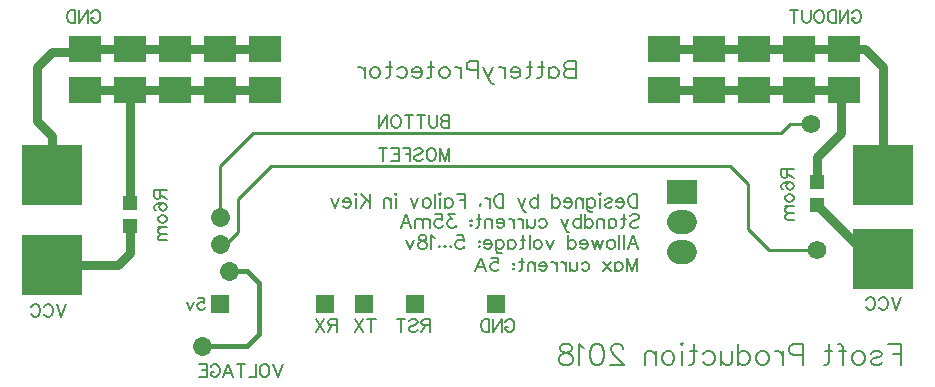
<source format=gbl>
G04 ---------------------------- Layer name :BOTTOM LAYER*
G04 EasyEDA v5.6.10, Sat, 14 Jul 2018 09:59:27 GMT*
G04 2f10b13e7a714cddaf66bfbe285f99f1*
G04 Gerber Generator version 0.2*
G04 Scale: 100 percent, Rotated: No, Reflected: No *
G04 Dimensions in millimeters *
G04 leading zeros omitted , absolute positions ,3 integer and 3 decimal *
%FSLAX33Y33*%
%MOMM*%
G90*
G71D02*

%ADD10C,0.254000*%
%ADD11C,0.399999*%
%ADD13C,0.799998*%
%ADD15C,0.203200*%
%ADD16C,0.177800*%
%ADD17C,0.178003*%
%ADD18C,1.575054*%
%ADD24R,1.206500X1.206500*%
%ADD30R,2.499995X1.999996*%
%ADD31R,1.574800X1.574800*%
%ADD32R,1.574800X1.575054*%
%ADD33R,1.999996X1.999996*%
%ADD34C,1.999996*%
%ADD35C,1.575003*%
%ADD36R,2.700020X2.299995*%

%LPD*%
G54D10*
G01X17780Y14478D02*
G01X17780Y18796D01*
G01X20574Y21590D01*
G01X65278Y21590D01*
G01X66040Y22352D01*
G01X68326Y22352D01*
G01X17780Y12446D02*
G01X18542Y12446D01*
G01X19304Y13208D01*
G01X19304Y16002D01*
G01X22098Y18796D01*
G01X60949Y18796D01*
G01X62484Y17277D01*
G01X62484Y13474D01*
G01X64251Y11684D01*
G01X68326Y11684D01*
G54D11*
G01X18542Y9906D02*
G01X20051Y9906D01*
G01X21078Y8879D01*
G01X21082Y4572D01*
G01X20051Y3549D01*
G01X16256Y3556D01*
G54D13*
G01X6350Y25247D02*
G01X10414Y25247D01*
G01X10414Y25247D02*
G01X14478Y25247D01*
G01X14478Y25247D02*
G01X18542Y25247D01*
G01X18542Y25247D02*
G01X21590Y25247D01*
G01X3556Y18034D02*
G01X3556Y21336D01*
G01X2286Y22606D01*
G01X2286Y27178D01*
G01X3556Y28448D01*
G01X6096Y28448D01*
G01X6350Y28702D01*
G01X10414Y28702D02*
G01X6350Y28702D01*
G01X10414Y28702D02*
G01X14478Y28702D01*
G01X14478Y28702D02*
G01X18542Y28702D01*
G01X18542Y28702D02*
G01X21590Y28702D01*
G01X70612Y28702D02*
G01X66548Y28702D01*
G01X66548Y28702D02*
G01X62484Y28702D01*
G01X62484Y28702D02*
G01X58420Y28702D01*
G01X58420Y28702D02*
G01X55372Y28702D01*
G01X73914Y19558D02*
G01X73914Y27178D01*
G01X72390Y28702D01*
G01X70612Y28702D01*
G01X73914Y10922D02*
G01X72898Y10922D01*
G01X68324Y15495D01*
G01X68324Y17476D02*
G01X68324Y19556D01*
G01X70358Y21590D01*
G01X70358Y24993D01*
G01X70612Y25247D01*
G01X70612Y25247D02*
G01X66802Y25247D01*
G01X66802Y25247D02*
G01X62992Y25247D01*
G01X62992Y25247D02*
G01X59182Y25247D01*
G01X59182Y25247D02*
G01X55372Y25247D01*
G01X3556Y10414D02*
G01X9144Y10414D01*
G01X10160Y11430D01*
G01X10160Y13716D01*
G01X10158Y13717D01*
G01X10158Y15698D02*
G01X10158Y25246D01*
G01X10160Y25247D01*
G54D17*
G01X37191Y23114D02*
G01X37191Y22064D01*
G01X37191Y23114D02*
G01X36741Y23114D01*
G01X36591Y23064D01*
G01X36541Y23014D01*
G01X36491Y22914D01*
G01X36491Y22814D01*
G01X36541Y22714D01*
G01X36591Y22664D01*
G01X36741Y22614D01*
G01X37191Y22614D02*
G01X36741Y22614D01*
G01X36591Y22564D01*
G01X36541Y22514D01*
G01X36491Y22414D01*
G01X36491Y22264D01*
G01X36541Y22164D01*
G01X36591Y22114D01*
G01X36741Y22064D01*
G01X37191Y22064D01*
G01X36161Y23114D02*
G01X36161Y22364D01*
G01X36111Y22214D01*
G01X36011Y22114D01*
G01X35861Y22064D01*
G01X35761Y22064D01*
G01X35611Y22114D01*
G01X35511Y22214D01*
G01X35461Y22364D01*
G01X35461Y23114D01*
G01X34781Y23114D02*
G01X34781Y22064D01*
G01X35131Y23114D02*
G01X34431Y23114D01*
G01X33751Y23114D02*
G01X33751Y22064D01*
G01X34101Y23114D02*
G01X33401Y23114D01*
G01X32771Y23114D02*
G01X32871Y23064D01*
G01X32971Y22964D01*
G01X33021Y22864D01*
G01X33071Y22714D01*
G01X33071Y22464D01*
G01X33021Y22314D01*
G01X32971Y22214D01*
G01X32871Y22114D01*
G01X32771Y22064D01*
G01X32571Y22064D01*
G01X32471Y22114D01*
G01X32371Y22214D01*
G01X32321Y22314D01*
G01X32271Y22464D01*
G01X32271Y22714D01*
G01X32321Y22864D01*
G01X32371Y22964D01*
G01X32471Y23064D01*
G01X32571Y23114D01*
G01X32771Y23114D01*
G01X31941Y23114D02*
G01X31941Y22064D01*
G01X31941Y23114D02*
G01X31241Y22064D01*
G01X31241Y23114D02*
G01X31241Y22064D01*
G01X37192Y20319D02*
G01X37192Y19269D01*
G01X37192Y20319D02*
G01X36792Y19269D01*
G01X36392Y20319D02*
G01X36792Y19269D01*
G01X36392Y20319D02*
G01X36392Y19269D01*
G01X35762Y20319D02*
G01X35862Y20269D01*
G01X35962Y20169D01*
G01X36011Y20069D01*
G01X36062Y19919D01*
G01X36062Y19669D01*
G01X36011Y19519D01*
G01X35962Y19419D01*
G01X35862Y19319D01*
G01X35762Y19269D01*
G01X35562Y19269D01*
G01X35462Y19319D01*
G01X35362Y19419D01*
G01X35311Y19519D01*
G01X35262Y19669D01*
G01X35262Y19919D01*
G01X35311Y20069D01*
G01X35362Y20169D01*
G01X35462Y20269D01*
G01X35562Y20319D01*
G01X35762Y20319D01*
G01X34232Y20169D02*
G01X34332Y20269D01*
G01X34481Y20319D01*
G01X34681Y20319D01*
G01X34832Y20269D01*
G01X34932Y20169D01*
G01X34932Y20069D01*
G01X34881Y19969D01*
G01X34832Y19919D01*
G01X34732Y19869D01*
G01X34432Y19769D01*
G01X34332Y19719D01*
G01X34281Y19669D01*
G01X34232Y19569D01*
G01X34232Y19419D01*
G01X34332Y19319D01*
G01X34481Y19269D01*
G01X34681Y19269D01*
G01X34832Y19319D01*
G01X34932Y19419D01*
G01X33901Y20319D02*
G01X33901Y19269D01*
G01X33901Y20319D02*
G01X33252Y20319D01*
G01X33901Y19819D02*
G01X33501Y19819D01*
G01X32922Y20319D02*
G01X32922Y19269D01*
G01X32922Y20319D02*
G01X32271Y20319D01*
G01X32922Y19819D02*
G01X32522Y19819D01*
G01X32922Y19269D02*
G01X32271Y19269D01*
G01X31592Y20319D02*
G01X31592Y19269D01*
G01X31941Y20319D02*
G01X31242Y20319D01*
G01X41938Y5592D02*
G01X41988Y5692D01*
G01X42088Y5792D01*
G01X42188Y5842D01*
G01X42388Y5842D01*
G01X42488Y5792D01*
G01X42588Y5692D01*
G01X42638Y5592D01*
G01X42688Y5442D01*
G01X42688Y5192D01*
G01X42638Y5042D01*
G01X42588Y4942D01*
G01X42488Y4842D01*
G01X42388Y4792D01*
G01X42188Y4792D01*
G01X42088Y4842D01*
G01X41988Y4942D01*
G01X41938Y5042D01*
G01X41938Y5192D01*
G01X42188Y5192D02*
G01X41938Y5192D01*
G01X41608Y5842D02*
G01X41608Y4792D01*
G01X41608Y5842D02*
G01X40908Y4792D01*
G01X40908Y5842D02*
G01X40908Y4792D01*
G01X40578Y5842D02*
G01X40578Y4792D01*
G01X40578Y5842D02*
G01X40228Y5842D01*
G01X40078Y5792D01*
G01X39978Y5692D01*
G01X39928Y5592D01*
G01X39878Y5442D01*
G01X39878Y5192D01*
G01X39928Y5042D01*
G01X39978Y4942D01*
G01X40078Y4842D01*
G01X40228Y4792D01*
G01X40578Y4792D01*
G01X35525Y5841D02*
G01X35525Y4791D01*
G01X35525Y5841D02*
G01X35075Y5841D01*
G01X34925Y5791D01*
G01X34875Y5741D01*
G01X34825Y5641D01*
G01X34825Y5541D01*
G01X34875Y5441D01*
G01X34925Y5391D01*
G01X35075Y5341D01*
G01X35525Y5341D01*
G01X35175Y5341D02*
G01X34825Y4791D01*
G01X33795Y5691D02*
G01X33895Y5791D01*
G01X34045Y5841D01*
G01X34245Y5841D01*
G01X34395Y5791D01*
G01X34495Y5691D01*
G01X34495Y5591D01*
G01X34445Y5491D01*
G01X34395Y5441D01*
G01X34295Y5391D01*
G01X33995Y5291D01*
G01X33895Y5241D01*
G01X33845Y5191D01*
G01X33795Y5091D01*
G01X33795Y4941D01*
G01X33895Y4841D01*
G01X34045Y4791D01*
G01X34245Y4791D01*
G01X34395Y4841D01*
G01X34495Y4941D01*
G01X33115Y5841D02*
G01X33115Y4791D01*
G01X33465Y5841D02*
G01X32765Y5841D01*
G01X30590Y5841D02*
G01X30590Y4791D01*
G01X30940Y5841D02*
G01X30240Y5841D01*
G01X29910Y5841D02*
G01X29210Y4791D01*
G01X29210Y5841D02*
G01X29910Y4791D01*
G01X27637Y5842D02*
G01X27637Y4791D01*
G01X27637Y5842D02*
G01X27187Y5842D01*
G01X27037Y5792D01*
G01X26987Y5742D01*
G01X26937Y5642D01*
G01X26937Y5542D01*
G01X26987Y5442D01*
G01X27037Y5392D01*
G01X27187Y5342D01*
G01X27637Y5342D01*
G01X27287Y5342D02*
G01X26937Y4791D01*
G01X26607Y5842D02*
G01X25907Y4791D01*
G01X25907Y5842D02*
G01X26607Y4791D01*
G01X6885Y31753D02*
G01X6935Y31853D01*
G01X7035Y31953D01*
G01X7135Y32003D01*
G01X7335Y32003D01*
G01X7435Y31953D01*
G01X7535Y31853D01*
G01X7585Y31753D01*
G01X7635Y31603D01*
G01X7635Y31353D01*
G01X7585Y31203D01*
G01X7535Y31103D01*
G01X7435Y31003D01*
G01X7335Y30953D01*
G01X7135Y30953D01*
G01X7035Y31003D01*
G01X6935Y31103D01*
G01X6885Y31203D01*
G01X6885Y31353D01*
G01X7135Y31353D02*
G01X6885Y31353D01*
G01X6555Y32003D02*
G01X6555Y30953D01*
G01X6555Y32003D02*
G01X5855Y30953D01*
G01X5855Y32003D02*
G01X5855Y30953D01*
G01X5525Y32003D02*
G01X5525Y30953D01*
G01X5525Y32003D02*
G01X5175Y32003D01*
G01X5025Y31953D01*
G01X4925Y31853D01*
G01X4875Y31753D01*
G01X4825Y31603D01*
G01X4825Y31353D01*
G01X4875Y31203D01*
G01X4925Y31103D01*
G01X5025Y31003D01*
G01X5175Y30953D01*
G01X5525Y30953D01*
G01X4737Y7111D02*
G01X4337Y6061D01*
G01X3937Y7111D02*
G01X4337Y6061D01*
G01X2857Y6861D02*
G01X2907Y6961D01*
G01X3007Y7061D01*
G01X3107Y7111D01*
G01X3307Y7111D01*
G01X3407Y7061D01*
G01X3507Y6961D01*
G01X3557Y6861D01*
G01X3607Y6711D01*
G01X3607Y6461D01*
G01X3557Y6311D01*
G01X3507Y6211D01*
G01X3407Y6111D01*
G01X3307Y6061D01*
G01X3107Y6061D01*
G01X3007Y6111D01*
G01X2907Y6211D01*
G01X2857Y6311D01*
G01X1778Y6861D02*
G01X1827Y6961D01*
G01X1927Y7061D01*
G01X2027Y7111D01*
G01X2227Y7111D01*
G01X2327Y7061D01*
G01X2427Y6961D01*
G01X2477Y6861D01*
G01X2527Y6711D01*
G01X2527Y6461D01*
G01X2477Y6311D01*
G01X2427Y6211D01*
G01X2327Y6111D01*
G01X2227Y6061D01*
G01X2027Y6061D01*
G01X1927Y6111D01*
G01X1827Y6211D01*
G01X1778Y6311D01*
G01X75438Y7711D02*
G01X75038Y6661D01*
G01X74638Y7711D02*
G01X75038Y6661D01*
G01X73558Y7461D02*
G01X73608Y7561D01*
G01X73708Y7661D01*
G01X73808Y7711D01*
G01X74008Y7711D01*
G01X74108Y7661D01*
G01X74208Y7561D01*
G01X74258Y7461D01*
G01X74308Y7311D01*
G01X74308Y7061D01*
G01X74258Y6911D01*
G01X74208Y6811D01*
G01X74108Y6711D01*
G01X74008Y6661D01*
G01X73808Y6661D01*
G01X73708Y6711D01*
G01X73608Y6811D01*
G01X73558Y6911D01*
G01X72478Y7461D02*
G01X72528Y7561D01*
G01X72628Y7661D01*
G01X72728Y7711D01*
G01X72928Y7711D01*
G01X73028Y7661D01*
G01X73128Y7561D01*
G01X73178Y7461D01*
G01X73228Y7311D01*
G01X73228Y7061D01*
G01X73178Y6911D01*
G01X73128Y6811D01*
G01X73028Y6711D01*
G01X72928Y6661D01*
G01X72728Y6661D01*
G01X72628Y6711D01*
G01X72528Y6811D01*
G01X72478Y6911D01*
G01X71290Y31754D02*
G01X71340Y31854D01*
G01X71440Y31954D01*
G01X71540Y32004D01*
G01X71740Y32004D01*
G01X71840Y31954D01*
G01X71940Y31854D01*
G01X71990Y31754D01*
G01X72040Y31604D01*
G01X72040Y31354D01*
G01X71990Y31204D01*
G01X71940Y31104D01*
G01X71840Y31004D01*
G01X71740Y30954D01*
G01X71540Y30954D01*
G01X71440Y31004D01*
G01X71340Y31104D01*
G01X71290Y31204D01*
G01X71290Y31354D01*
G01X71540Y31354D02*
G01X71290Y31354D01*
G01X70960Y32004D02*
G01X70960Y30954D01*
G01X70960Y32004D02*
G01X70260Y30954D01*
G01X70260Y32004D02*
G01X70260Y30954D01*
G01X69930Y32004D02*
G01X69930Y30954D01*
G01X69930Y32004D02*
G01X69580Y32004D01*
G01X69430Y31954D01*
G01X69330Y31854D01*
G01X69280Y31754D01*
G01X69230Y31604D01*
G01X69230Y31354D01*
G01X69280Y31204D01*
G01X69330Y31104D01*
G01X69430Y31004D01*
G01X69580Y30954D01*
G01X69930Y30954D01*
G01X68600Y32004D02*
G01X68700Y31954D01*
G01X68800Y31854D01*
G01X68850Y31754D01*
G01X68900Y31604D01*
G01X68900Y31354D01*
G01X68850Y31204D01*
G01X68800Y31104D01*
G01X68700Y31004D01*
G01X68600Y30954D01*
G01X68400Y30954D01*
G01X68300Y31004D01*
G01X68200Y31104D01*
G01X68150Y31204D01*
G01X68100Y31354D01*
G01X68100Y31604D01*
G01X68150Y31754D01*
G01X68200Y31854D01*
G01X68300Y31954D01*
G01X68400Y32004D01*
G01X68600Y32004D01*
G01X67770Y32004D02*
G01X67770Y31254D01*
G01X67720Y31104D01*
G01X67620Y31004D01*
G01X67470Y30954D01*
G01X67370Y30954D01*
G01X67220Y31004D01*
G01X67120Y31104D01*
G01X67070Y31254D01*
G01X67070Y32004D01*
G01X66390Y32004D02*
G01X66390Y30954D01*
G01X66740Y32004D02*
G01X66040Y32004D01*
G01X23081Y2031D02*
G01X22681Y981D01*
G01X22281Y2031D02*
G01X22681Y981D01*
G01X21652Y2031D02*
G01X21752Y1981D01*
G01X21852Y1881D01*
G01X21901Y1781D01*
G01X21952Y1631D01*
G01X21952Y1381D01*
G01X21901Y1231D01*
G01X21852Y1131D01*
G01X21752Y1031D01*
G01X21652Y981D01*
G01X21452Y981D01*
G01X21352Y1031D01*
G01X21252Y1131D01*
G01X21201Y1231D01*
G01X21152Y1381D01*
G01X21152Y1631D01*
G01X21201Y1781D01*
G01X21252Y1881D01*
G01X21352Y1981D01*
G01X21452Y2031D01*
G01X21652Y2031D01*
G01X20822Y2031D02*
G01X20822Y981D01*
G01X20822Y981D02*
G01X20222Y981D01*
G01X19541Y2031D02*
G01X19541Y981D01*
G01X19892Y2031D02*
G01X19192Y2031D01*
G01X18462Y2031D02*
G01X18862Y981D01*
G01X18462Y2031D02*
G01X18062Y981D01*
G01X18712Y1331D02*
G01X18212Y1331D01*
G01X16982Y1781D02*
G01X17031Y1881D01*
G01X17131Y1981D01*
G01X17231Y2031D01*
G01X17431Y2031D01*
G01X17531Y1981D01*
G01X17631Y1881D01*
G01X17682Y1781D01*
G01X17731Y1631D01*
G01X17731Y1381D01*
G01X17682Y1231D01*
G01X17631Y1131D01*
G01X17531Y1031D01*
G01X17431Y981D01*
G01X17231Y981D01*
G01X17131Y1031D01*
G01X17031Y1131D01*
G01X16982Y1231D01*
G01X16982Y1381D01*
G01X17231Y1381D02*
G01X16982Y1381D01*
G01X16652Y2031D02*
G01X16652Y981D01*
G01X16652Y2031D02*
G01X16002Y2031D01*
G01X16652Y1531D02*
G01X16252Y1531D01*
G01X16652Y981D02*
G01X16002Y981D01*
G54D16*
G01X15922Y7619D02*
G01X16376Y7619D01*
G01X16422Y7210D01*
G01X16376Y7256D01*
G01X16240Y7301D01*
G01X16104Y7301D01*
G01X15967Y7256D01*
G01X15876Y7165D01*
G01X15831Y7029D01*
G01X15831Y6938D01*
G01X15876Y6801D01*
G01X15967Y6710D01*
G01X16104Y6665D01*
G01X16240Y6665D01*
G01X16376Y6710D01*
G01X16422Y6756D01*
G01X16467Y6847D01*
G01X15531Y7301D02*
G01X15258Y6665D01*
G01X14986Y7301D02*
G01X15258Y6665D01*
G54D17*
G01X47873Y27686D02*
G01X47873Y26254D01*
G01X47873Y27686D02*
G01X47259Y27686D01*
G01X47054Y27617D01*
G01X46986Y27549D01*
G01X46918Y27413D01*
G01X46918Y27276D01*
G01X46986Y27140D01*
G01X47054Y27072D01*
G01X47259Y27004D01*
G01X47873Y27004D02*
G01X47259Y27004D01*
G01X47054Y26935D01*
G01X46986Y26867D01*
G01X46918Y26731D01*
G01X46918Y26526D01*
G01X46986Y26390D01*
G01X47054Y26322D01*
G01X47259Y26254D01*
G01X47873Y26254D01*
G01X45650Y27208D02*
G01X45650Y26254D01*
G01X45650Y27004D02*
G01X45786Y27140D01*
G01X45923Y27208D01*
G01X46127Y27208D01*
G01X46263Y27140D01*
G01X46400Y27004D01*
G01X46468Y26799D01*
G01X46468Y26663D01*
G01X46400Y26458D01*
G01X46263Y26322D01*
G01X46127Y26254D01*
G01X45923Y26254D01*
G01X45786Y26322D01*
G01X45650Y26458D01*
G01X44995Y27686D02*
G01X44995Y26526D01*
G01X44927Y26322D01*
G01X44791Y26254D01*
G01X44654Y26254D01*
G01X45200Y27208D02*
G01X44723Y27208D01*
G01X44000Y27686D02*
G01X44000Y26526D01*
G01X43932Y26322D01*
G01X43795Y26254D01*
G01X43659Y26254D01*
G01X44204Y27208D02*
G01X43727Y27208D01*
G01X43209Y26799D02*
G01X42391Y26799D01*
G01X42391Y26935D01*
G01X42459Y27072D01*
G01X42527Y27140D01*
G01X42663Y27208D01*
G01X42868Y27208D01*
G01X43004Y27140D01*
G01X43141Y27004D01*
G01X43209Y26799D01*
G01X43209Y26663D01*
G01X43141Y26458D01*
G01X43004Y26322D01*
G01X42868Y26254D01*
G01X42663Y26254D01*
G01X42527Y26322D01*
G01X42391Y26458D01*
G01X41941Y27208D02*
G01X41941Y26254D01*
G01X41941Y26799D02*
G01X41873Y27004D01*
G01X41736Y27140D01*
G01X41600Y27208D01*
G01X41395Y27208D01*
G01X40877Y27208D02*
G01X40468Y26254D01*
G01X40059Y27208D02*
G01X40468Y26254D01*
G01X40604Y25981D01*
G01X40741Y25845D01*
G01X40877Y25776D01*
G01X40945Y25776D01*
G01X39609Y27686D02*
G01X39609Y26254D01*
G01X39609Y27686D02*
G01X38995Y27686D01*
G01X38791Y27617D01*
G01X38723Y27549D01*
G01X38654Y27413D01*
G01X38654Y27208D01*
G01X38723Y27072D01*
G01X38791Y27004D01*
G01X38995Y26935D01*
G01X39609Y26935D01*
G01X38204Y27208D02*
G01X38204Y26254D01*
G01X38204Y26799D02*
G01X38136Y27004D01*
G01X38000Y27140D01*
G01X37864Y27208D01*
G01X37659Y27208D01*
G01X36868Y27208D02*
G01X37004Y27140D01*
G01X37141Y27004D01*
G01X37209Y26799D01*
G01X37209Y26663D01*
G01X37141Y26458D01*
G01X37004Y26322D01*
G01X36868Y26254D01*
G01X36664Y26254D01*
G01X36527Y26322D01*
G01X36391Y26458D01*
G01X36323Y26663D01*
G01X36323Y26799D01*
G01X36391Y27004D01*
G01X36527Y27140D01*
G01X36664Y27208D01*
G01X36868Y27208D01*
G01X35668Y27686D02*
G01X35668Y26526D01*
G01X35600Y26322D01*
G01X35464Y26254D01*
G01X35327Y26254D01*
G01X35873Y27208D02*
G01X35395Y27208D01*
G01X34877Y26799D02*
G01X34059Y26799D01*
G01X34059Y26935D01*
G01X34127Y27072D01*
G01X34195Y27140D01*
G01X34332Y27208D01*
G01X34536Y27208D01*
G01X34673Y27140D01*
G01X34809Y27004D01*
G01X34877Y26799D01*
G01X34877Y26663D01*
G01X34809Y26458D01*
G01X34673Y26322D01*
G01X34536Y26254D01*
G01X34332Y26254D01*
G01X34195Y26322D01*
G01X34059Y26458D01*
G01X32791Y27004D02*
G01X32927Y27140D01*
G01X33064Y27208D01*
G01X33268Y27208D01*
G01X33404Y27140D01*
G01X33541Y27004D01*
G01X33609Y26799D01*
G01X33609Y26663D01*
G01X33541Y26458D01*
G01X33404Y26322D01*
G01X33268Y26254D01*
G01X33064Y26254D01*
G01X32927Y26322D01*
G01X32791Y26458D01*
G01X32136Y27686D02*
G01X32136Y26526D01*
G01X32068Y26322D01*
G01X31932Y26254D01*
G01X31795Y26254D01*
G01X32341Y27208D02*
G01X31864Y27208D01*
G01X31004Y27208D02*
G01X31141Y27140D01*
G01X31277Y27004D01*
G01X31345Y26799D01*
G01X31345Y26663D01*
G01X31277Y26458D01*
G01X31141Y26322D01*
G01X31004Y26254D01*
G01X30800Y26254D01*
G01X30664Y26322D01*
G01X30527Y26458D01*
G01X30459Y26663D01*
G01X30459Y26799D01*
G01X30527Y27004D01*
G01X30664Y27140D01*
G01X30800Y27208D01*
G01X31004Y27208D01*
G01X30009Y27208D02*
G01X30009Y26254D01*
G01X30009Y26799D02*
G01X29941Y27004D01*
G01X29804Y27140D01*
G01X29668Y27208D01*
G01X29464Y27208D01*
G54D15*
G01X53108Y16455D02*
G01X53108Y15309D01*
G01X53108Y16455D02*
G01X52727Y16455D01*
G01X52563Y16400D01*
G01X52454Y16291D01*
G01X52399Y16182D01*
G01X52345Y16019D01*
G01X52345Y15746D01*
G01X52399Y15582D01*
G01X52454Y15473D01*
G01X52563Y15364D01*
G01X52727Y15309D01*
G01X53108Y15309D01*
G01X51985Y15746D02*
G01X51330Y15746D01*
G01X51330Y15855D01*
G01X51385Y15964D01*
G01X51439Y16019D01*
G01X51548Y16073D01*
G01X51712Y16073D01*
G01X51821Y16019D01*
G01X51930Y15909D01*
G01X51985Y15746D01*
G01X51985Y15637D01*
G01X51930Y15473D01*
G01X51821Y15364D01*
G01X51712Y15309D01*
G01X51548Y15309D01*
G01X51439Y15364D01*
G01X51330Y15473D01*
G01X50370Y15909D02*
G01X50425Y16019D01*
G01X50588Y16073D01*
G01X50752Y16073D01*
G01X50916Y16019D01*
G01X50970Y15909D01*
G01X50916Y15800D01*
G01X50807Y15746D01*
G01X50534Y15691D01*
G01X50425Y15637D01*
G01X50370Y15528D01*
G01X50370Y15473D01*
G01X50425Y15364D01*
G01X50588Y15309D01*
G01X50752Y15309D01*
G01X50916Y15364D01*
G01X50970Y15473D01*
G01X50010Y16455D02*
G01X49956Y16400D01*
G01X49901Y16455D01*
G01X49956Y16509D01*
G01X50010Y16455D01*
G01X49956Y16073D02*
G01X49956Y15309D01*
G01X48887Y16073D02*
G01X48887Y15200D01*
G01X48941Y15037D01*
G01X48996Y14982D01*
G01X49105Y14928D01*
G01X49268Y14928D01*
G01X49377Y14982D01*
G01X48887Y15909D02*
G01X48996Y16019D01*
G01X49105Y16073D01*
G01X49268Y16073D01*
G01X49377Y16019D01*
G01X49487Y15909D01*
G01X49541Y15746D01*
G01X49541Y15637D01*
G01X49487Y15473D01*
G01X49377Y15364D01*
G01X49268Y15309D01*
G01X49105Y15309D01*
G01X48996Y15364D01*
G01X48887Y15473D01*
G01X48527Y16073D02*
G01X48527Y15309D01*
G01X48527Y15855D02*
G01X48363Y16019D01*
G01X48254Y16073D01*
G01X48090Y16073D01*
G01X47981Y16019D01*
G01X47927Y15855D01*
G01X47927Y15309D01*
G01X47567Y15746D02*
G01X46912Y15746D01*
G01X46912Y15855D01*
G01X46967Y15964D01*
G01X47021Y16019D01*
G01X47130Y16073D01*
G01X47294Y16073D01*
G01X47403Y16019D01*
G01X47512Y15909D01*
G01X47567Y15746D01*
G01X47567Y15637D01*
G01X47512Y15473D01*
G01X47403Y15364D01*
G01X47294Y15309D01*
G01X47130Y15309D01*
G01X47021Y15364D01*
G01X46912Y15473D01*
G01X45897Y16455D02*
G01X45897Y15309D01*
G01X45897Y15909D02*
G01X46007Y16019D01*
G01X46116Y16073D01*
G01X46279Y16073D01*
G01X46388Y16019D01*
G01X46497Y15909D01*
G01X46552Y15746D01*
G01X46552Y15637D01*
G01X46497Y15473D01*
G01X46388Y15364D01*
G01X46279Y15309D01*
G01X46116Y15309D01*
G01X46007Y15364D01*
G01X45897Y15473D01*
G01X44697Y16455D02*
G01X44697Y15309D01*
G01X44697Y15909D02*
G01X44588Y16019D01*
G01X44479Y16073D01*
G01X44316Y16073D01*
G01X44207Y16019D01*
G01X44097Y15909D01*
G01X44043Y15746D01*
G01X44043Y15637D01*
G01X44097Y15473D01*
G01X44207Y15364D01*
G01X44316Y15309D01*
G01X44479Y15309D01*
G01X44588Y15364D01*
G01X44697Y15473D01*
G01X43628Y16073D02*
G01X43301Y15309D01*
G01X42974Y16073D02*
G01X43301Y15309D01*
G01X43410Y15091D01*
G01X43519Y14982D01*
G01X43628Y14928D01*
G01X43683Y14928D01*
G01X41774Y16455D02*
G01X41774Y15309D01*
G01X41774Y16455D02*
G01X41392Y16455D01*
G01X41228Y16400D01*
G01X41119Y16291D01*
G01X41065Y16182D01*
G01X41010Y16019D01*
G01X41010Y15746D01*
G01X41065Y15582D01*
G01X41119Y15473D01*
G01X41228Y15364D01*
G01X41392Y15309D01*
G01X41774Y15309D01*
G01X40650Y16073D02*
G01X40650Y15309D01*
G01X40650Y15746D02*
G01X40596Y15909D01*
G01X40487Y16019D01*
G01X40377Y16073D01*
G01X40214Y16073D01*
G01X39799Y15582D02*
G01X39854Y15528D01*
G01X39799Y15473D01*
G01X39745Y15528D01*
G01X39799Y15582D01*
G01X38545Y16455D02*
G01X38545Y15309D01*
G01X38545Y16455D02*
G01X37836Y16455D01*
G01X38545Y15909D02*
G01X38108Y15909D01*
G01X36821Y16073D02*
G01X36821Y15309D01*
G01X36821Y15909D02*
G01X36930Y16019D01*
G01X37039Y16073D01*
G01X37203Y16073D01*
G01X37312Y16019D01*
G01X37421Y15909D01*
G01X37476Y15746D01*
G01X37476Y15637D01*
G01X37421Y15473D01*
G01X37312Y15364D01*
G01X37203Y15309D01*
G01X37039Y15309D01*
G01X36930Y15364D01*
G01X36821Y15473D01*
G01X36461Y16455D02*
G01X36407Y16400D01*
G01X36352Y16455D01*
G01X36407Y16509D01*
G01X36461Y16455D01*
G01X36407Y16073D02*
G01X36407Y15309D01*
G01X35992Y16455D02*
G01X35992Y15309D01*
G01X35359Y16073D02*
G01X35468Y16019D01*
G01X35578Y15909D01*
G01X35632Y15746D01*
G01X35632Y15637D01*
G01X35578Y15473D01*
G01X35468Y15364D01*
G01X35359Y15309D01*
G01X35196Y15309D01*
G01X35087Y15364D01*
G01X34978Y15473D01*
G01X34923Y15637D01*
G01X34923Y15746D01*
G01X34978Y15909D01*
G01X35087Y16019D01*
G01X35196Y16073D01*
G01X35359Y16073D01*
G01X34563Y16073D02*
G01X34236Y15309D01*
G01X33908Y16073D02*
G01X34236Y15309D01*
G01X32708Y16455D02*
G01X32654Y16400D01*
G01X32599Y16455D01*
G01X32654Y16509D01*
G01X32708Y16455D01*
G01X32654Y16073D02*
G01X32654Y15309D01*
G01X32239Y16073D02*
G01X32239Y15309D01*
G01X32239Y15855D02*
G01X32076Y16019D01*
G01X31967Y16073D01*
G01X31803Y16073D01*
G01X31694Y16019D01*
G01X31639Y15855D01*
G01X31639Y15309D01*
G01X30439Y16455D02*
G01X30439Y15309D01*
G01X29676Y16455D02*
G01X30439Y15691D01*
G01X30167Y15964D02*
G01X29676Y15309D01*
G01X29316Y16455D02*
G01X29261Y16400D01*
G01X29207Y16455D01*
G01X29261Y16509D01*
G01X29316Y16455D01*
G01X29261Y16073D02*
G01X29261Y15309D01*
G01X28847Y15746D02*
G01X28192Y15746D01*
G01X28192Y15855D01*
G01X28247Y15964D01*
G01X28301Y16019D01*
G01X28410Y16073D01*
G01X28574Y16073D01*
G01X28683Y16019D01*
G01X28792Y15909D01*
G01X28847Y15746D01*
G01X28847Y15637D01*
G01X28792Y15473D01*
G01X28683Y15364D01*
G01X28574Y15309D01*
G01X28410Y15309D01*
G01X28301Y15364D01*
G01X28192Y15473D01*
G01X27832Y16073D02*
G01X27505Y15309D01*
G01X27178Y16073D02*
G01X27505Y15309D01*
G01X75412Y3728D02*
G01X75412Y2010D01*
G01X75412Y3728D02*
G01X74349Y3728D01*
G01X75412Y2910D02*
G01X74758Y2910D01*
G01X72909Y2910D02*
G01X72991Y3073D01*
G01X73236Y3155D01*
G01X73481Y3155D01*
G01X73727Y3073D01*
G01X73809Y2910D01*
G01X73727Y2746D01*
G01X73563Y2664D01*
G01X73154Y2582D01*
G01X72991Y2500D01*
G01X72909Y2337D01*
G01X72909Y2255D01*
G01X72991Y2091D01*
G01X73236Y2010D01*
G01X73481Y2010D01*
G01X73727Y2091D01*
G01X73809Y2255D01*
G01X71960Y3155D02*
G01X72123Y3073D01*
G01X72287Y2910D01*
G01X72369Y2664D01*
G01X72369Y2500D01*
G01X72287Y2255D01*
G01X72123Y2091D01*
G01X71960Y2010D01*
G01X71714Y2010D01*
G01X71551Y2091D01*
G01X71387Y2255D01*
G01X71305Y2500D01*
G01X71305Y2664D01*
G01X71387Y2910D01*
G01X71551Y3073D01*
G01X71714Y3155D01*
G01X71960Y3155D01*
G01X70111Y3728D02*
G01X70274Y3728D01*
G01X70438Y3646D01*
G01X70520Y3400D01*
G01X70520Y2010D01*
G01X70765Y3155D02*
G01X70192Y3155D01*
G01X69325Y3728D02*
G01X69325Y2337D01*
G01X69243Y2091D01*
G01X69080Y2010D01*
G01X68916Y2010D01*
G01X69571Y3155D02*
G01X68998Y3155D01*
G01X67116Y3728D02*
G01X67116Y2010D01*
G01X67116Y3728D02*
G01X66380Y3728D01*
G01X66134Y3646D01*
G01X66052Y3564D01*
G01X65971Y3400D01*
G01X65971Y3155D01*
G01X66052Y2991D01*
G01X66134Y2910D01*
G01X66380Y2828D01*
G01X67116Y2828D01*
G01X65431Y3155D02*
G01X65431Y2010D01*
G01X65431Y2664D02*
G01X65349Y2910D01*
G01X65185Y3073D01*
G01X65021Y3155D01*
G01X64776Y3155D01*
G01X63827Y3155D02*
G01X63991Y3073D01*
G01X64154Y2910D01*
G01X64236Y2664D01*
G01X64236Y2500D01*
G01X64154Y2255D01*
G01X63991Y2091D01*
G01X63827Y2010D01*
G01X63581Y2010D01*
G01X63418Y2091D01*
G01X63254Y2255D01*
G01X63172Y2500D01*
G01X63172Y2664D01*
G01X63254Y2910D01*
G01X63418Y3073D01*
G01X63581Y3155D01*
G01X63827Y3155D01*
G01X61651Y3728D02*
G01X61651Y2010D01*
G01X61651Y2910D02*
G01X61814Y3073D01*
G01X61978Y3155D01*
G01X62223Y3155D01*
G01X62387Y3073D01*
G01X62551Y2910D01*
G01X62632Y2664D01*
G01X62632Y2500D01*
G01X62551Y2255D01*
G01X62387Y2091D01*
G01X62223Y2010D01*
G01X61978Y2010D01*
G01X61814Y2091D01*
G01X61651Y2255D01*
G01X61111Y3155D02*
G01X61111Y2337D01*
G01X61029Y2091D01*
G01X60865Y2010D01*
G01X60620Y2010D01*
G01X60456Y2091D01*
G01X60211Y2337D01*
G01X60211Y3155D02*
G01X60211Y2010D01*
G01X58689Y2910D02*
G01X58852Y3073D01*
G01X59016Y3155D01*
G01X59261Y3155D01*
G01X59425Y3073D01*
G01X59589Y2910D01*
G01X59671Y2664D01*
G01X59671Y2500D01*
G01X59589Y2255D01*
G01X59425Y2091D01*
G01X59261Y2010D01*
G01X59016Y2010D01*
G01X58852Y2091D01*
G01X58689Y2255D01*
G01X57903Y3728D02*
G01X57903Y2337D01*
G01X57821Y2091D01*
G01X57658Y2010D01*
G01X57494Y2010D01*
G01X58149Y3155D02*
G01X57576Y3155D01*
G01X56954Y3728D02*
G01X56872Y3646D01*
G01X56791Y3728D01*
G01X56872Y3810D01*
G01X56954Y3728D01*
G01X56872Y3155D02*
G01X56872Y2010D01*
G01X55841Y3155D02*
G01X56005Y3073D01*
G01X56169Y2910D01*
G01X56251Y2664D01*
G01X56251Y2500D01*
G01X56169Y2255D01*
G01X56005Y2091D01*
G01X55841Y2010D01*
G01X55596Y2010D01*
G01X55432Y2091D01*
G01X55269Y2255D01*
G01X55187Y2500D01*
G01X55187Y2664D01*
G01X55269Y2910D01*
G01X55432Y3073D01*
G01X55596Y3155D01*
G01X55841Y3155D01*
G01X54647Y3155D02*
G01X54647Y2010D01*
G01X54647Y2828D02*
G01X54401Y3073D01*
G01X54238Y3155D01*
G01X53992Y3155D01*
G01X53829Y3073D01*
G01X53747Y2828D01*
G01X53747Y2010D01*
G01X51865Y3319D02*
G01X51865Y3400D01*
G01X51783Y3564D01*
G01X51701Y3646D01*
G01X51538Y3728D01*
G01X51211Y3728D01*
G01X51047Y3646D01*
G01X50965Y3564D01*
G01X50883Y3400D01*
G01X50883Y3237D01*
G01X50965Y3073D01*
G01X51129Y2828D01*
G01X51947Y2010D01*
G01X50801Y2010D01*
G01X49771Y3728D02*
G01X50016Y3646D01*
G01X50180Y3400D01*
G01X50261Y2991D01*
G01X50261Y2746D01*
G01X50180Y2337D01*
G01X50016Y2091D01*
G01X49771Y2010D01*
G01X49607Y2010D01*
G01X49361Y2091D01*
G01X49198Y2337D01*
G01X49116Y2746D01*
G01X49116Y2991D01*
G01X49198Y3400D01*
G01X49361Y3646D01*
G01X49607Y3728D01*
G01X49771Y3728D01*
G01X48576Y3400D02*
G01X48412Y3482D01*
G01X48167Y3728D01*
G01X48167Y2010D01*
G01X47218Y3728D02*
G01X47463Y3646D01*
G01X47545Y3482D01*
G01X47545Y3319D01*
G01X47463Y3155D01*
G01X47300Y3073D01*
G01X46972Y2991D01*
G01X46727Y2910D01*
G01X46563Y2746D01*
G01X46481Y2582D01*
G01X46481Y2337D01*
G01X46563Y2173D01*
G01X46645Y2091D01*
G01X46891Y2010D01*
G01X47218Y2010D01*
G01X47463Y2091D01*
G01X47545Y2173D01*
G01X47627Y2337D01*
G01X47627Y2582D01*
G01X47545Y2746D01*
G01X47381Y2910D01*
G01X47136Y2991D01*
G01X46809Y3073D01*
G01X46645Y3155D01*
G01X46563Y3319D01*
G01X46563Y3482D01*
G01X46645Y3646D01*
G01X46891Y3728D01*
G01X47218Y3728D01*
G01X52488Y14568D02*
G01X52597Y14677D01*
G01X52761Y14732D01*
G01X52979Y14732D01*
G01X53143Y14677D01*
G01X53252Y14568D01*
G01X53252Y14459D01*
G01X53197Y14350D01*
G01X53143Y14295D01*
G01X53033Y14241D01*
G01X52706Y14132D01*
G01X52597Y14077D01*
G01X52543Y14022D01*
G01X52488Y13913D01*
G01X52488Y13750D01*
G01X52597Y13641D01*
G01X52761Y13586D01*
G01X52979Y13586D01*
G01X53143Y13641D01*
G01X53252Y13750D01*
G01X51964Y14732D02*
G01X51964Y13804D01*
G01X51910Y13641D01*
G01X51801Y13586D01*
G01X51692Y13586D01*
G01X52128Y14350D02*
G01X51746Y14350D01*
G01X50677Y14350D02*
G01X50677Y13586D01*
G01X50677Y14186D02*
G01X50786Y14295D01*
G01X50895Y14350D01*
G01X51059Y14350D01*
G01X51168Y14295D01*
G01X51277Y14186D01*
G01X51332Y14022D01*
G01X51332Y13913D01*
G01X51277Y13750D01*
G01X51168Y13641D01*
G01X51059Y13586D01*
G01X50895Y13586D01*
G01X50786Y13641D01*
G01X50677Y13750D01*
G01X50317Y14350D02*
G01X50317Y13586D01*
G01X50317Y14132D02*
G01X50154Y14295D01*
G01X50044Y14350D01*
G01X49881Y14350D01*
G01X49772Y14295D01*
G01X49717Y14132D01*
G01X49717Y13586D01*
G01X48703Y14732D02*
G01X48703Y13586D01*
G01X48703Y14186D02*
G01X48812Y14295D01*
G01X48921Y14350D01*
G01X49084Y14350D01*
G01X49193Y14295D01*
G01X49303Y14186D01*
G01X49357Y14022D01*
G01X49357Y13913D01*
G01X49303Y13750D01*
G01X49193Y13641D01*
G01X49084Y13586D01*
G01X48921Y13586D01*
G01X48812Y13641D01*
G01X48703Y13750D01*
G01X48343Y14732D02*
G01X48343Y13586D01*
G01X48343Y14186D02*
G01X48233Y14295D01*
G01X48124Y14350D01*
G01X47961Y14350D01*
G01X47852Y14295D01*
G01X47743Y14186D01*
G01X47688Y14022D01*
G01X47688Y13913D01*
G01X47743Y13750D01*
G01X47852Y13641D01*
G01X47961Y13586D01*
G01X48124Y13586D01*
G01X48233Y13641D01*
G01X48343Y13750D01*
G01X47273Y14350D02*
G01X46946Y13586D01*
G01X46619Y14350D02*
G01X46946Y13586D01*
G01X47055Y13368D01*
G01X47164Y13259D01*
G01X47273Y13204D01*
G01X47328Y13204D01*
G01X44764Y14186D02*
G01X44874Y14295D01*
G01X44983Y14350D01*
G01X45146Y14350D01*
G01X45255Y14295D01*
G01X45364Y14186D01*
G01X45419Y14022D01*
G01X45419Y13913D01*
G01X45364Y13750D01*
G01X45255Y13641D01*
G01X45146Y13586D01*
G01X44983Y13586D01*
G01X44874Y13641D01*
G01X44764Y13750D01*
G01X44404Y14350D02*
G01X44404Y13804D01*
G01X44350Y13641D01*
G01X44241Y13586D01*
G01X44077Y13586D01*
G01X43968Y13641D01*
G01X43804Y13804D01*
G01X43804Y14350D02*
G01X43804Y13586D01*
G01X43444Y14350D02*
G01X43444Y13586D01*
G01X43444Y14022D02*
G01X43390Y14186D01*
G01X43281Y14295D01*
G01X43172Y14350D01*
G01X43008Y14350D01*
G01X42648Y14350D02*
G01X42648Y13586D01*
G01X42648Y14022D02*
G01X42593Y14186D01*
G01X42484Y14295D01*
G01X42375Y14350D01*
G01X42212Y14350D01*
G01X41852Y14022D02*
G01X41197Y14022D01*
G01X41197Y14132D01*
G01X41252Y14241D01*
G01X41306Y14295D01*
G01X41415Y14350D01*
G01X41579Y14350D01*
G01X41688Y14295D01*
G01X41797Y14186D01*
G01X41852Y14022D01*
G01X41852Y13913D01*
G01X41797Y13750D01*
G01X41688Y13641D01*
G01X41579Y13586D01*
G01X41415Y13586D01*
G01X41306Y13641D01*
G01X41197Y13750D01*
G01X40837Y14350D02*
G01X40837Y13586D01*
G01X40837Y14132D02*
G01X40674Y14295D01*
G01X40564Y14350D01*
G01X40401Y14350D01*
G01X40292Y14295D01*
G01X40237Y14132D01*
G01X40237Y13586D01*
G01X39714Y14732D02*
G01X39714Y13804D01*
G01X39659Y13641D01*
G01X39550Y13586D01*
G01X39441Y13586D01*
G01X39877Y14350D02*
G01X39495Y14350D01*
G01X39026Y14241D02*
G01X39081Y14186D01*
G01X39026Y14132D01*
G01X38972Y14186D01*
G01X39026Y14241D01*
G01X39026Y13859D02*
G01X39081Y13804D01*
G01X39026Y13750D01*
G01X38972Y13804D01*
G01X39026Y13859D01*
G01X37663Y14732D02*
G01X37063Y14732D01*
G01X37390Y14295D01*
G01X37226Y14295D01*
G01X37117Y14241D01*
G01X37063Y14186D01*
G01X37008Y14022D01*
G01X37008Y13913D01*
G01X37063Y13750D01*
G01X37172Y13641D01*
G01X37335Y13586D01*
G01X37499Y13586D01*
G01X37663Y13641D01*
G01X37717Y13695D01*
G01X37772Y13804D01*
G01X35994Y14732D02*
G01X36539Y14732D01*
G01X36594Y14241D01*
G01X36539Y14295D01*
G01X36375Y14350D01*
G01X36212Y14350D01*
G01X36048Y14295D01*
G01X35939Y14186D01*
G01X35884Y14022D01*
G01X35884Y13913D01*
G01X35939Y13750D01*
G01X36048Y13641D01*
G01X36212Y13586D01*
G01X36375Y13586D01*
G01X36539Y13641D01*
G01X36594Y13695D01*
G01X36648Y13804D01*
G01X35524Y14350D02*
G01X35524Y13586D01*
G01X35524Y14132D02*
G01X35361Y14295D01*
G01X35252Y14350D01*
G01X35088Y14350D01*
G01X34979Y14295D01*
G01X34924Y14132D01*
G01X34924Y13586D01*
G01X34924Y14132D02*
G01X34761Y14295D01*
G01X34652Y14350D01*
G01X34488Y14350D01*
G01X34379Y14295D01*
G01X34324Y14132D01*
G01X34324Y13586D01*
G01X33528Y14732D02*
G01X33964Y13586D01*
G01X33528Y14732D02*
G01X33092Y13586D01*
G01X33801Y13968D02*
G01X33255Y13968D01*
G01X52749Y12954D02*
G01X53186Y11808D01*
G01X52749Y12954D02*
G01X52313Y11808D01*
G01X53022Y12190D02*
G01X52477Y12190D01*
G01X51953Y12954D02*
G01X51953Y11808D01*
G01X51593Y12954D02*
G01X51593Y11808D01*
G01X50960Y12572D02*
G01X51069Y12517D01*
G01X51178Y12408D01*
G01X51233Y12244D01*
G01X51233Y12135D01*
G01X51178Y11972D01*
G01X51069Y11863D01*
G01X50960Y11808D01*
G01X50797Y11808D01*
G01X50688Y11863D01*
G01X50578Y11972D01*
G01X50524Y12135D01*
G01X50524Y12244D01*
G01X50578Y12408D01*
G01X50688Y12517D01*
G01X50797Y12572D01*
G01X50960Y12572D01*
G01X50164Y12572D02*
G01X49946Y11808D01*
G01X49728Y12572D02*
G01X49946Y11808D01*
G01X49728Y12572D02*
G01X49509Y11808D01*
G01X49291Y12572D02*
G01X49509Y11808D01*
G01X48931Y12244D02*
G01X48277Y12244D01*
G01X48277Y12354D01*
G01X48331Y12463D01*
G01X48386Y12517D01*
G01X48495Y12572D01*
G01X48658Y12572D01*
G01X48768Y12517D01*
G01X48877Y12408D01*
G01X48931Y12244D01*
G01X48931Y12135D01*
G01X48877Y11972D01*
G01X48768Y11863D01*
G01X48658Y11808D01*
G01X48495Y11808D01*
G01X48386Y11863D01*
G01X48277Y11972D01*
G01X47262Y12954D02*
G01X47262Y11808D01*
G01X47262Y12408D02*
G01X47371Y12517D01*
G01X47480Y12572D01*
G01X47644Y12572D01*
G01X47753Y12517D01*
G01X47862Y12408D01*
G01X47917Y12244D01*
G01X47917Y12135D01*
G01X47862Y11972D01*
G01X47753Y11863D01*
G01X47644Y11808D01*
G01X47480Y11808D01*
G01X47371Y11863D01*
G01X47262Y11972D01*
G01X46062Y12572D02*
G01X45735Y11808D01*
G01X45408Y12572D02*
G01X45735Y11808D01*
G01X44775Y12572D02*
G01X44884Y12517D01*
G01X44993Y12408D01*
G01X45048Y12244D01*
G01X45048Y12135D01*
G01X44993Y11972D01*
G01X44884Y11863D01*
G01X44775Y11808D01*
G01X44611Y11808D01*
G01X44502Y11863D01*
G01X44393Y11972D01*
G01X44338Y12135D01*
G01X44338Y12244D01*
G01X44393Y12408D01*
G01X44502Y12517D01*
G01X44611Y12572D01*
G01X44775Y12572D01*
G01X43978Y12954D02*
G01X43978Y11808D01*
G01X43455Y12954D02*
G01X43455Y12026D01*
G01X43400Y11863D01*
G01X43291Y11808D01*
G01X43182Y11808D01*
G01X43618Y12572D02*
G01X43237Y12572D01*
G01X42168Y12572D02*
G01X42168Y11808D01*
G01X42168Y12408D02*
G01X42277Y12517D01*
G01X42386Y12572D01*
G01X42549Y12572D01*
G01X42658Y12517D01*
G01X42768Y12408D01*
G01X42822Y12244D01*
G01X42822Y12135D01*
G01X42768Y11972D01*
G01X42658Y11863D01*
G01X42549Y11808D01*
G01X42386Y11808D01*
G01X42277Y11863D01*
G01X42168Y11972D01*
G01X41153Y12572D02*
G01X41153Y11699D01*
G01X41208Y11535D01*
G01X41262Y11481D01*
G01X41371Y11426D01*
G01X41535Y11426D01*
G01X41644Y11481D01*
G01X41153Y12408D02*
G01X41262Y12517D01*
G01X41371Y12572D01*
G01X41535Y12572D01*
G01X41644Y12517D01*
G01X41753Y12408D01*
G01X41808Y12244D01*
G01X41808Y12135D01*
G01X41753Y11972D01*
G01X41644Y11863D01*
G01X41535Y11808D01*
G01X41371Y11808D01*
G01X41262Y11863D01*
G01X41153Y11972D01*
G01X40793Y12244D02*
G01X40138Y12244D01*
G01X40138Y12354D01*
G01X40193Y12463D01*
G01X40248Y12517D01*
G01X40357Y12572D01*
G01X40520Y12572D01*
G01X40629Y12517D01*
G01X40738Y12408D01*
G01X40793Y12244D01*
G01X40793Y12135D01*
G01X40738Y11972D01*
G01X40629Y11863D01*
G01X40520Y11808D01*
G01X40357Y11808D01*
G01X40248Y11863D01*
G01X40138Y11972D01*
G01X39724Y12463D02*
G01X39778Y12408D01*
G01X39724Y12354D01*
G01X39669Y12408D01*
G01X39724Y12463D01*
G01X39724Y12081D02*
G01X39778Y12026D01*
G01X39724Y11972D01*
G01X39669Y12026D01*
G01X39724Y12081D01*
G01X37815Y12954D02*
G01X38360Y12954D01*
G01X38415Y12463D01*
G01X38360Y12517D01*
G01X38197Y12572D01*
G01X38033Y12572D01*
G01X37869Y12517D01*
G01X37760Y12408D01*
G01X37706Y12244D01*
G01X37706Y12135D01*
G01X37760Y11972D01*
G01X37869Y11863D01*
G01X38033Y11808D01*
G01X38197Y11808D01*
G01X38360Y11863D01*
G01X38415Y11917D01*
G01X38469Y12026D01*
G01X37291Y12081D02*
G01X37346Y12026D01*
G01X37291Y11972D01*
G01X37237Y12026D01*
G01X37291Y12081D01*
G01X36822Y12081D02*
G01X36877Y12026D01*
G01X36822Y11972D01*
G01X36768Y12026D01*
G01X36822Y12081D01*
G01X36353Y12081D02*
G01X36408Y12026D01*
G01X36353Y11972D01*
G01X36298Y12026D01*
G01X36353Y12081D01*
G01X35938Y12735D02*
G01X35829Y12790D01*
G01X35666Y12954D01*
G01X35666Y11808D01*
G01X35033Y12954D02*
G01X35197Y12899D01*
G01X35251Y12790D01*
G01X35251Y12681D01*
G01X35197Y12572D01*
G01X35088Y12517D01*
G01X34869Y12463D01*
G01X34706Y12408D01*
G01X34597Y12299D01*
G01X34542Y12190D01*
G01X34542Y12026D01*
G01X34597Y11917D01*
G01X34651Y11863D01*
G01X34815Y11808D01*
G01X35033Y11808D01*
G01X35197Y11863D01*
G01X35251Y11917D01*
G01X35306Y12026D01*
G01X35306Y12190D01*
G01X35251Y12299D01*
G01X35142Y12408D01*
G01X34978Y12463D01*
G01X34760Y12517D01*
G01X34651Y12572D01*
G01X34597Y12681D01*
G01X34597Y12790D01*
G01X34651Y12899D01*
G01X34815Y12954D01*
G01X35033Y12954D01*
G01X34182Y12572D02*
G01X33855Y11808D01*
G01X33528Y12572D02*
G01X33855Y11808D01*
G01X53086Y11068D02*
G01X53086Y9923D01*
G01X53086Y11068D02*
G01X52649Y9923D01*
G01X52213Y11068D02*
G01X52649Y9923D01*
G01X52213Y11068D02*
G01X52213Y9923D01*
G01X51198Y10686D02*
G01X51198Y9923D01*
G01X51198Y10523D02*
G01X51307Y10632D01*
G01X51416Y10686D01*
G01X51580Y10686D01*
G01X51689Y10632D01*
G01X51798Y10523D01*
G01X51853Y10359D01*
G01X51853Y10250D01*
G01X51798Y10086D01*
G01X51689Y9977D01*
G01X51580Y9923D01*
G01X51416Y9923D01*
G01X51307Y9977D01*
G01X51198Y10086D01*
G01X50838Y10686D02*
G01X50238Y9923D01*
G01X50238Y10686D02*
G01X50838Y9923D01*
G01X48384Y10523D02*
G01X48493Y10632D01*
G01X48602Y10686D01*
G01X48766Y10686D01*
G01X48875Y10632D01*
G01X48984Y10523D01*
G01X49038Y10359D01*
G01X49038Y10250D01*
G01X48984Y10086D01*
G01X48875Y9977D01*
G01X48766Y9923D01*
G01X48602Y9923D01*
G01X48493Y9977D01*
G01X48384Y10086D01*
G01X48024Y10686D02*
G01X48024Y10141D01*
G01X47969Y9977D01*
G01X47860Y9923D01*
G01X47696Y9923D01*
G01X47587Y9977D01*
G01X47424Y10141D01*
G01X47424Y10686D02*
G01X47424Y9923D01*
G01X47064Y10686D02*
G01X47064Y9923D01*
G01X47064Y10359D02*
G01X47009Y10523D01*
G01X46900Y10632D01*
G01X46791Y10686D01*
G01X46627Y10686D01*
G01X46267Y10686D02*
G01X46267Y9923D01*
G01X46267Y10359D02*
G01X46213Y10523D01*
G01X46104Y10632D01*
G01X45995Y10686D01*
G01X45831Y10686D01*
G01X45471Y10359D02*
G01X44816Y10359D01*
G01X44816Y10468D01*
G01X44871Y10577D01*
G01X44926Y10632D01*
G01X45035Y10686D01*
G01X45198Y10686D01*
G01X45307Y10632D01*
G01X45416Y10523D01*
G01X45471Y10359D01*
G01X45471Y10250D01*
G01X45416Y10086D01*
G01X45307Y9977D01*
G01X45198Y9923D01*
G01X45035Y9923D01*
G01X44926Y9977D01*
G01X44816Y10086D01*
G01X44456Y10686D02*
G01X44456Y9923D01*
G01X44456Y10468D02*
G01X44293Y10632D01*
G01X44184Y10686D01*
G01X44020Y10686D01*
G01X43911Y10632D01*
G01X43856Y10468D01*
G01X43856Y9923D01*
G01X43333Y11068D02*
G01X43333Y10141D01*
G01X43278Y9977D01*
G01X43169Y9923D01*
G01X43060Y9923D01*
G01X43496Y10686D02*
G01X43115Y10686D01*
G01X42646Y10577D02*
G01X42700Y10523D01*
G01X42646Y10468D01*
G01X42591Y10523D01*
G01X42646Y10577D01*
G01X42646Y10195D02*
G01X42700Y10141D01*
G01X42646Y10086D01*
G01X42591Y10141D01*
G01X42646Y10195D01*
G01X40736Y11068D02*
G01X41282Y11068D01*
G01X41336Y10577D01*
G01X41282Y10632D01*
G01X41118Y10686D01*
G01X40955Y10686D01*
G01X40791Y10632D01*
G01X40682Y10523D01*
G01X40627Y10359D01*
G01X40627Y10250D01*
G01X40682Y10086D01*
G01X40791Y9977D01*
G01X40955Y9923D01*
G01X41118Y9923D01*
G01X41282Y9977D01*
G01X41336Y10032D01*
G01X41391Y10141D01*
G01X39831Y11068D02*
G01X40267Y9923D01*
G01X39831Y11068D02*
G01X39395Y9923D01*
G01X40104Y10304D02*
G01X39558Y10304D01*
G54D16*
G01X65278Y18542D02*
G01X66369Y18542D01*
G01X65278Y18542D02*
G01X65278Y18074D01*
G01X65330Y17918D01*
G01X65382Y17866D01*
G01X65485Y17814D01*
G01X65589Y17814D01*
G01X65693Y17866D01*
G01X65745Y17918D01*
G01X65797Y18074D01*
G01X65797Y18542D01*
G01X65797Y18178D02*
G01X66369Y17814D01*
G01X65433Y16848D02*
G01X65330Y16900D01*
G01X65278Y17056D01*
G01X65278Y17160D01*
G01X65330Y17315D01*
G01X65485Y17419D01*
G01X65745Y17471D01*
G01X66005Y17471D01*
G01X66213Y17419D01*
G01X66317Y17315D01*
G01X66369Y17160D01*
G01X66369Y17108D01*
G01X66317Y16952D01*
G01X66213Y16848D01*
G01X66057Y16796D01*
G01X66005Y16796D01*
G01X65849Y16848D01*
G01X65745Y16952D01*
G01X65693Y17108D01*
G01X65693Y17160D01*
G01X65745Y17315D01*
G01X65849Y17419D01*
G01X66005Y17471D01*
G01X65641Y16193D02*
G01X65693Y16297D01*
G01X65797Y16401D01*
G01X65953Y16453D01*
G01X66057Y16453D01*
G01X66213Y16401D01*
G01X66317Y16297D01*
G01X66369Y16193D01*
G01X66369Y16037D01*
G01X66317Y15933D01*
G01X66213Y15829D01*
G01X66057Y15778D01*
G01X65953Y15778D01*
G01X65797Y15829D01*
G01X65693Y15933D01*
G01X65641Y16037D01*
G01X65641Y16193D01*
G01X65641Y15435D02*
G01X66369Y15435D01*
G01X65849Y15435D02*
G01X65693Y15279D01*
G01X65641Y15175D01*
G01X65641Y15019D01*
G01X65693Y14915D01*
G01X65849Y14863D01*
G01X66369Y14863D01*
G01X65849Y14863D02*
G01X65693Y14707D01*
G01X65641Y14603D01*
G01X65641Y14447D01*
G01X65693Y14344D01*
G01X65849Y14292D01*
G01X66369Y14292D01*
G01X12189Y16766D02*
G01X13280Y16766D01*
G01X12189Y16766D02*
G01X12189Y16298D01*
G01X12241Y16143D01*
G01X12293Y16091D01*
G01X12397Y16039D01*
G01X12501Y16039D01*
G01X12605Y16091D01*
G01X12657Y16143D01*
G01X12709Y16298D01*
G01X12709Y16766D01*
G01X12709Y16402D02*
G01X13280Y16039D01*
G01X12345Y15072D02*
G01X12241Y15124D01*
G01X12189Y15280D01*
G01X12189Y15384D01*
G01X12241Y15540D01*
G01X12397Y15644D01*
G01X12657Y15696D01*
G01X12916Y15696D01*
G01X13124Y15644D01*
G01X13228Y15540D01*
G01X13280Y15384D01*
G01X13280Y15332D01*
G01X13228Y15176D01*
G01X13124Y15072D01*
G01X12968Y15020D01*
G01X12916Y15020D01*
G01X12761Y15072D01*
G01X12657Y15176D01*
G01X12605Y15332D01*
G01X12605Y15384D01*
G01X12657Y15540D01*
G01X12761Y15644D01*
G01X12916Y15696D01*
G01X12553Y14418D02*
G01X12605Y14522D01*
G01X12709Y14626D01*
G01X12864Y14677D01*
G01X12968Y14677D01*
G01X13124Y14626D01*
G01X13228Y14522D01*
G01X13280Y14418D01*
G01X13280Y14262D01*
G01X13228Y14158D01*
G01X13124Y14054D01*
G01X12968Y14002D01*
G01X12864Y14002D01*
G01X12709Y14054D01*
G01X12605Y14158D01*
G01X12553Y14262D01*
G01X12553Y14418D01*
G01X12553Y13659D02*
G01X13280Y13659D01*
G01X12761Y13659D02*
G01X12605Y13503D01*
G01X12553Y13399D01*
G01X12553Y13244D01*
G01X12605Y13140D01*
G01X12761Y13088D01*
G01X13280Y13088D01*
G01X12761Y13088D02*
G01X12605Y12932D01*
G01X12553Y12828D01*
G01X12553Y12672D01*
G01X12605Y12568D01*
G01X12761Y12516D01*
G01X13280Y12516D01*
G54D36*
G01X6351Y28702D03*
G01X6351Y25247D03*
G01X10161Y28702D03*
G01X10161Y25247D03*
G01X13971Y28702D03*
G01X13971Y25247D03*
G01X17781Y28702D03*
G01X17781Y25247D03*
G01X21591Y28702D03*
G01X21591Y25247D03*
G01X55373Y28702D03*
G01X55373Y25247D03*
G01X59183Y28702D03*
G01X59183Y25247D03*
G01X62993Y28702D03*
G01X62993Y25247D03*
G01X66803Y28702D03*
G01X66803Y25247D03*
G01X70613Y28702D03*
G01X70613Y25247D03*
G54D24*
G01X68324Y15495D03*
G01X68324Y17476D03*
G01X10158Y13717D03*
G01X10158Y15698D03*
G54D30*
G01X56896Y16637D03*
G54D31*
G01X26670Y7112D03*
G01X29972Y7112D03*
G01X34290Y7112D03*
G54D32*
G01X41148Y7112D03*
G54D31*
G01X17780Y7112D03*
G54D18*
G01X67818Y22352D03*
G01X68326Y11684D03*
G54D33*
G01X3556Y18034D03*
G01X5080Y18034D03*
G01X2032Y18034D03*
G01X3556Y16510D03*
G01X5080Y16510D03*
G01X2032Y16510D03*
G01X3556Y19558D03*
G01X5080Y19558D03*
G01X2032Y19558D03*
G01X3556Y10414D03*
G01X5080Y10414D03*
G01X2032Y10414D03*
G01X3556Y8890D03*
G01X5080Y8890D03*
G01X2032Y8890D03*
G01X3556Y11938D03*
G01X5080Y11938D03*
G01X2032Y11938D03*
G01X73914Y10922D03*
G01X75438Y10922D03*
G01X72390Y10922D03*
G01X73914Y9398D03*
G01X75438Y9398D03*
G01X72390Y9398D03*
G01X73914Y12446D03*
G01X75438Y12446D03*
G01X72390Y12446D03*
G01X73914Y18034D03*
G01X75438Y18034D03*
G01X72390Y18034D03*
G01X73914Y16510D03*
G01X75438Y16510D03*
G01X72390Y16510D03*
G01X73914Y19558D03*
G01X75438Y19558D03*
G01X72390Y19558D03*
G54D34*
G01X57145Y11557D02*
G01X56646Y11557D01*
G01X57145Y14097D02*
G01X56646Y14097D01*
G54D35*
G01X17780Y14478D02*
G01X17779Y14478D01*
G54D18*
G01X17780Y12192D02*
G01X17780Y12192D01*
G01X18542Y9906D02*
G01X18542Y9906D01*
G01X16256Y3556D02*
G01X16256Y3556D01*
M00*
M02*

</source>
